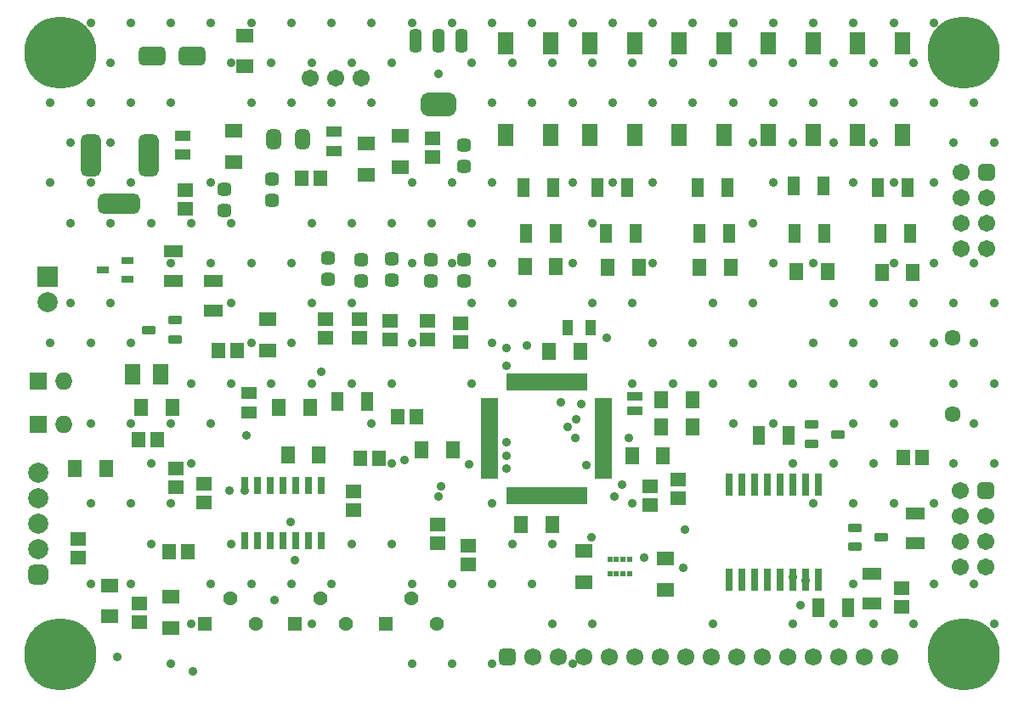
<source format=gts>
G04*
G04 #@! TF.GenerationSoftware,Altium Limited,Altium Designer,24.1.2 (44)*
G04*
G04 Layer_Color=8388736*
%FSLAX44Y44*%
%MOMM*%
G71*
G04*
G04 #@! TF.SameCoordinates,6BD88CD4-1E97-4B61-92EF-30D8DD190105*
G04*
G04*
G04 #@! TF.FilePolarity,Negative*
G04*
G01*
G75*
%ADD42R,1.3032X1.9532*%
%ADD43R,1.9532X1.3032*%
%ADD44R,0.4832X1.6732*%
%ADD45R,1.6732X0.4832*%
%ADD46R,1.6032X1.2032*%
G04:AMPARAMS|DCode=47|XSize=0.8532mm|YSize=1.4032mm|CornerRadius=0.2641mm|HoleSize=0mm|Usage=FLASHONLY|Rotation=270.000|XOffset=0mm|YOffset=0mm|HoleType=Round|Shape=RoundedRectangle|*
%AMROUNDEDRECTD47*
21,1,0.8532,0.8750,0,0,270.0*
21,1,0.3250,1.4032,0,0,270.0*
1,1,0.5282,-0.4375,-0.1625*
1,1,0.5282,-0.4375,0.1625*
1,1,0.5282,0.4375,0.1625*
1,1,0.5282,0.4375,-0.1625*
%
%ADD47ROUNDEDRECTD47*%
%ADD48R,1.5532X1.3532*%
G04:AMPARAMS|DCode=49|XSize=1.9532mm|YSize=1.4532mm|CornerRadius=0.4141mm|HoleSize=0mm|Usage=FLASHONLY|Rotation=90.000|XOffset=0mm|YOffset=0mm|HoleType=Round|Shape=RoundedRectangle|*
%AMROUNDEDRECTD49*
21,1,1.9532,0.6250,0,0,90.0*
21,1,1.1250,1.4532,0,0,90.0*
1,1,0.8282,0.3125,0.5625*
1,1,0.8282,0.3125,-0.5625*
1,1,0.8282,-0.3125,-0.5625*
1,1,0.8282,-0.3125,0.5625*
%
%ADD49ROUNDEDRECTD49*%
%ADD50R,1.5032X1.1032*%
%ADD51R,1.8032X1.4032*%
%ADD52R,1.3532X1.5532*%
%ADD53R,1.4032X1.8032*%
%ADD54R,1.6032X2.1532*%
%ADD55R,0.8032X2.2032*%
%ADD56R,1.1032X1.5032*%
%ADD57R,1.6032X0.9532*%
G04:AMPARAMS|DCode=58|XSize=1.4032mm|YSize=1.3032mm|CornerRadius=0.3766mm|HoleSize=0mm|Usage=FLASHONLY|Rotation=0.000|XOffset=0mm|YOffset=0mm|HoleType=Round|Shape=RoundedRectangle|*
%AMROUNDEDRECTD58*
21,1,1.4032,0.5500,0,0,0.0*
21,1,0.6500,1.3032,0,0,0.0*
1,1,0.7532,0.3250,-0.2750*
1,1,0.7532,-0.3250,-0.2750*
1,1,0.7532,-0.3250,0.2750*
1,1,0.7532,0.3250,0.2750*
%
%ADD58ROUNDEDRECTD58*%
G04:AMPARAMS|DCode=59|XSize=3.5032mm|YSize=2.3032mm|CornerRadius=0.6266mm|HoleSize=0mm|Usage=FLASHONLY|Rotation=0.000|XOffset=0mm|YOffset=0mm|HoleType=Round|Shape=RoundedRectangle|*
%AMROUNDEDRECTD59*
21,1,3.5032,1.0500,0,0,0.0*
21,1,2.2500,2.3032,0,0,0.0*
1,1,1.2532,1.1250,-0.5250*
1,1,1.2532,-1.1250,-0.5250*
1,1,1.2532,-1.1250,0.5250*
1,1,1.2532,1.1250,0.5250*
%
%ADD59ROUNDEDRECTD59*%
G04:AMPARAMS|DCode=60|XSize=1.2032mm|YSize=2.3032mm|CornerRadius=0.3516mm|HoleSize=0mm|Usage=FLASHONLY|Rotation=0.000|XOffset=0mm|YOffset=0mm|HoleType=Round|Shape=RoundedRectangle|*
%AMROUNDEDRECTD60*
21,1,1.2032,1.6000,0,0,0.0*
21,1,0.5000,2.3032,0,0,0.0*
1,1,0.7032,0.2500,-0.8000*
1,1,0.7032,-0.2500,-0.8000*
1,1,0.7032,-0.2500,0.8000*
1,1,0.7032,0.2500,0.8000*
%
%ADD60ROUNDEDRECTD60*%
%ADD61R,1.3032X0.8032*%
%ADD62R,1.6032X2.3032*%
%ADD63R,0.8032X1.6532*%
%ADD64R,0.5532X0.5532*%
G04:AMPARAMS|DCode=65|XSize=1.9032mm|YSize=2.7032mm|CornerRadius=0.5266mm|HoleSize=0mm|Usage=FLASHONLY|Rotation=270.000|XOffset=0mm|YOffset=0mm|HoleType=Round|Shape=RoundedRectangle|*
%AMROUNDEDRECTD65*
21,1,1.9032,1.6500,0,0,270.0*
21,1,0.8500,2.7032,0,0,270.0*
1,1,1.0532,-0.8250,-0.4250*
1,1,1.0532,-0.8250,0.4250*
1,1,1.0532,0.8250,0.4250*
1,1,1.0532,0.8250,-0.4250*
%
%ADD65ROUNDEDRECTD65*%
%ADD66C,1.7032*%
G04:AMPARAMS|DCode=67|XSize=1.7032mm|YSize=1.7032mm|CornerRadius=0.4766mm|HoleSize=0mm|Usage=FLASHONLY|Rotation=270.000|XOffset=0mm|YOffset=0mm|HoleType=Round|Shape=RoundedRectangle|*
%AMROUNDEDRECTD67*
21,1,1.7032,0.7500,0,0,270.0*
21,1,0.7500,1.7032,0,0,270.0*
1,1,0.9532,-0.3750,-0.3750*
1,1,0.9532,-0.3750,0.3750*
1,1,0.9532,0.3750,0.3750*
1,1,0.9532,0.3750,-0.3750*
%
%ADD67ROUNDEDRECTD67*%
%ADD68R,1.4252X1.4252*%
%ADD69C,1.4252*%
%ADD70R,1.7432X1.7272*%
%ADD71O,1.7432X1.7272*%
%ADD72C,2.0032*%
%ADD73R,2.0032X2.0032*%
%ADD74C,1.6112*%
%ADD75C,7.2032*%
G04:AMPARAMS|DCode=76|XSize=4.2032mm|YSize=2.0032mm|CornerRadius=0.5516mm|HoleSize=0mm|Usage=FLASHONLY|Rotation=90.000|XOffset=0mm|YOffset=0mm|HoleType=Round|Shape=RoundedRectangle|*
%AMROUNDEDRECTD76*
21,1,4.2032,0.9000,0,0,90.0*
21,1,3.1000,2.0032,0,0,90.0*
1,1,1.1032,0.4500,1.5500*
1,1,1.1032,0.4500,-1.5500*
1,1,1.1032,-0.4500,-1.5500*
1,1,1.1032,-0.4500,1.5500*
%
%ADD76ROUNDEDRECTD76*%
G04:AMPARAMS|DCode=77|XSize=4.2032mm|YSize=2.0032mm|CornerRadius=0.5516mm|HoleSize=0mm|Usage=FLASHONLY|Rotation=180.000|XOffset=0mm|YOffset=0mm|HoleType=Round|Shape=RoundedRectangle|*
%AMROUNDEDRECTD77*
21,1,4.2032,0.9000,0,0,180.0*
21,1,3.1000,2.0032,0,0,180.0*
1,1,1.1032,-1.5500,0.4500*
1,1,1.1032,1.5500,0.4500*
1,1,1.1032,1.5500,-0.4500*
1,1,1.1032,-1.5500,-0.4500*
%
%ADD77ROUNDEDRECTD77*%
G04:AMPARAMS|DCode=78|XSize=2.0032mm|YSize=2.0032mm|CornerRadius=0.5516mm|HoleSize=0mm|Usage=FLASHONLY|Rotation=180.000|XOffset=0mm|YOffset=0mm|HoleType=Round|Shape=RoundedRectangle|*
%AMROUNDEDRECTD78*
21,1,2.0032,0.9000,0,0,180.0*
21,1,0.9000,2.0032,0,0,180.0*
1,1,1.1032,-0.4500,0.4500*
1,1,1.1032,0.4500,0.4500*
1,1,1.1032,0.4500,-0.4500*
1,1,1.1032,-0.4500,-0.4500*
%
%ADD78ROUNDEDRECTD78*%
%ADD79C,1.7232*%
G04:AMPARAMS|DCode=80|XSize=1.7232mm|YSize=1.7232mm|CornerRadius=0.4816mm|HoleSize=0mm|Usage=FLASHONLY|Rotation=0.000|XOffset=0mm|YOffset=0mm|HoleType=Round|Shape=RoundedRectangle|*
%AMROUNDEDRECTD80*
21,1,1.7232,0.7600,0,0,0.0*
21,1,0.7600,1.7232,0,0,0.0*
1,1,0.9632,0.3800,-0.3800*
1,1,0.9632,-0.3800,-0.3800*
1,1,0.9632,-0.3800,0.3800*
1,1,0.9632,0.3800,0.3800*
%
%ADD80ROUNDEDRECTD80*%
%ADD81C,0.9032*%
D42*
X893590Y515620D02*
D03*
X864090D02*
D03*
X745980Y267970D02*
D03*
X775480D02*
D03*
X834390Y96520D02*
D03*
X804890D02*
D03*
X780270Y516890D02*
D03*
X809770D02*
D03*
X685020Y515620D02*
D03*
X714520D02*
D03*
X584690Y515000D02*
D03*
X614190D02*
D03*
X511030D02*
D03*
X540530D02*
D03*
X866630Y470000D02*
D03*
X896130D02*
D03*
X781540D02*
D03*
X811040D02*
D03*
X686290D02*
D03*
X715790D02*
D03*
X593090D02*
D03*
X622590D02*
D03*
X543070D02*
D03*
X513570D02*
D03*
X355110Y302260D02*
D03*
X325610D02*
D03*
D43*
X901700Y190010D02*
D03*
Y160510D02*
D03*
X162560Y422130D02*
D03*
Y451630D02*
D03*
X858520Y130320D02*
D03*
Y100820D02*
D03*
X201930Y422420D02*
D03*
Y392920D02*
D03*
D44*
X496780Y321620D02*
D03*
X501780D02*
D03*
X506780D02*
D03*
X511780D02*
D03*
X516780D02*
D03*
X521780D02*
D03*
X526780D02*
D03*
X531780D02*
D03*
X536780D02*
D03*
X541780D02*
D03*
X546780D02*
D03*
X551780D02*
D03*
X556780D02*
D03*
X561780D02*
D03*
X566780D02*
D03*
X571780D02*
D03*
Y208220D02*
D03*
X566780D02*
D03*
X561780D02*
D03*
X556780D02*
D03*
X551780D02*
D03*
X546780D02*
D03*
X541780D02*
D03*
X536780D02*
D03*
X531780D02*
D03*
X526780D02*
D03*
X521780D02*
D03*
X516780D02*
D03*
X511780D02*
D03*
X506780D02*
D03*
X501780D02*
D03*
X496780D02*
D03*
D45*
X590980Y302420D02*
D03*
Y297420D02*
D03*
Y292420D02*
D03*
Y287420D02*
D03*
Y282420D02*
D03*
Y277420D02*
D03*
Y272420D02*
D03*
Y267420D02*
D03*
Y262420D02*
D03*
Y257420D02*
D03*
Y252420D02*
D03*
Y247420D02*
D03*
Y242420D02*
D03*
Y237420D02*
D03*
Y232420D02*
D03*
Y227420D02*
D03*
X477580D02*
D03*
Y232420D02*
D03*
Y237420D02*
D03*
Y242420D02*
D03*
Y247420D02*
D03*
Y252420D02*
D03*
Y257420D02*
D03*
Y262420D02*
D03*
Y267420D02*
D03*
Y272420D02*
D03*
Y277420D02*
D03*
Y282420D02*
D03*
Y287420D02*
D03*
Y292420D02*
D03*
Y297420D02*
D03*
Y302420D02*
D03*
D46*
X237490Y291240D02*
D03*
Y310740D02*
D03*
D47*
X164130Y363880D02*
D03*
Y382880D02*
D03*
X138130Y373380D02*
D03*
X798530Y278740D02*
D03*
Y259740D02*
D03*
X824530Y269240D02*
D03*
X867710Y166370D02*
D03*
X841710Y156870D02*
D03*
Y175870D02*
D03*
D48*
X887730Y115930D02*
D03*
Y97430D02*
D03*
X173990Y512530D02*
D03*
Y494030D02*
D03*
X128270Y82190D02*
D03*
Y100690D02*
D03*
X341630Y193950D02*
D03*
Y212450D02*
D03*
X193040Y201210D02*
D03*
Y219710D02*
D03*
X165100Y235310D02*
D03*
Y216810D02*
D03*
X665480Y223880D02*
D03*
Y205380D02*
D03*
X637540Y217530D02*
D03*
Y199030D02*
D03*
X378460Y382590D02*
D03*
Y364090D02*
D03*
X448310Y380090D02*
D03*
Y361590D02*
D03*
X313690Y383900D02*
D03*
Y365400D02*
D03*
X415290Y382630D02*
D03*
Y364130D02*
D03*
X347980Y383900D02*
D03*
Y365400D02*
D03*
X420370Y564240D02*
D03*
Y545740D02*
D03*
X67310Y146600D02*
D03*
Y165100D02*
D03*
X455930Y139340D02*
D03*
Y157840D02*
D03*
X425450Y179430D02*
D03*
Y160930D02*
D03*
D49*
X262610Y563880D02*
D03*
X291110D02*
D03*
D50*
X171450Y548030D02*
D03*
Y567030D02*
D03*
X322580Y570840D02*
D03*
Y551840D02*
D03*
D51*
X222250Y571760D02*
D03*
Y540760D02*
D03*
X160020Y106940D02*
D03*
Y75940D02*
D03*
X99060Y87370D02*
D03*
Y118370D02*
D03*
X652780Y145040D02*
D03*
Y114040D02*
D03*
X571500Y152660D02*
D03*
Y121660D02*
D03*
X256540Y352800D02*
D03*
Y383800D02*
D03*
X354330Y528060D02*
D03*
Y559060D02*
D03*
X388620Y535680D02*
D03*
Y566680D02*
D03*
X233680Y636010D02*
D03*
Y667010D02*
D03*
D52*
X176530Y152400D02*
D03*
X158030D02*
D03*
X348890Y245110D02*
D03*
X367390D02*
D03*
X385720Y287020D02*
D03*
X404220D02*
D03*
X225510Y353060D02*
D03*
X207010D02*
D03*
X127910Y264160D02*
D03*
X146410D02*
D03*
X908410Y246380D02*
D03*
X889910D02*
D03*
X290470Y524510D02*
D03*
X308970D02*
D03*
D53*
X64510Y234950D02*
D03*
X95510D02*
D03*
X130550Y295910D02*
D03*
X161550D02*
D03*
X650500Y247650D02*
D03*
X619500D02*
D03*
X567950Y351790D02*
D03*
X536950D02*
D03*
X509010Y179070D02*
D03*
X540010D02*
D03*
X679450Y276860D02*
D03*
X648450D02*
D03*
X679710Y303530D02*
D03*
X648710D02*
D03*
X409950Y254000D02*
D03*
X440950D02*
D03*
X899420Y430530D02*
D03*
X868420D02*
D03*
X814330Y431800D02*
D03*
X783330D02*
D03*
X717810Y435610D02*
D03*
X686810D02*
D03*
X626370D02*
D03*
X595370D02*
D03*
X512820Y436880D02*
D03*
X543820D02*
D03*
X267710Y295910D02*
D03*
X298710D02*
D03*
X307600Y248920D02*
D03*
X276600D02*
D03*
D54*
X149890Y328930D02*
D03*
X121890D02*
D03*
D55*
X716280Y123950D02*
D03*
X728980D02*
D03*
X741680D02*
D03*
X754380D02*
D03*
X767080D02*
D03*
X779780D02*
D03*
X792480D02*
D03*
X805180D02*
D03*
X716280Y218950D02*
D03*
X728980D02*
D03*
X741680D02*
D03*
X754380D02*
D03*
X767080D02*
D03*
X779780D02*
D03*
X792480D02*
D03*
X805180D02*
D03*
D56*
X577920Y375920D02*
D03*
X554920D02*
D03*
D57*
X622300Y292470D02*
D03*
Y306970D02*
D03*
D58*
X452120Y422570D02*
D03*
Y443570D02*
D03*
X316230Y423840D02*
D03*
Y444840D02*
D03*
X349250Y422570D02*
D03*
Y443570D02*
D03*
X379730Y422840D02*
D03*
Y443840D02*
D03*
X419100Y422570D02*
D03*
Y443570D02*
D03*
X452120Y536870D02*
D03*
Y557870D02*
D03*
X213360Y492420D02*
D03*
Y513420D02*
D03*
X260350Y523580D02*
D03*
Y502580D02*
D03*
D59*
X426720Y598420D02*
D03*
D60*
X403720Y661420D02*
D03*
X426720D02*
D03*
X449720D02*
D03*
D61*
X91990Y433070D02*
D03*
X116290Y442570D02*
D03*
Y423570D02*
D03*
D62*
X888640Y658910D02*
D03*
Y567910D02*
D03*
X843640D02*
D03*
Y658910D02*
D03*
X799740D02*
D03*
Y567910D02*
D03*
X754740D02*
D03*
Y658910D02*
D03*
X710840D02*
D03*
Y567910D02*
D03*
X665840D02*
D03*
Y658910D02*
D03*
X621940D02*
D03*
Y567910D02*
D03*
X576940D02*
D03*
Y658910D02*
D03*
X538120D02*
D03*
Y567910D02*
D03*
X493120D02*
D03*
Y658910D02*
D03*
D63*
X309880Y217750D02*
D03*
X297180D02*
D03*
X284480D02*
D03*
X271780D02*
D03*
X259080D02*
D03*
X246380D02*
D03*
X233680D02*
D03*
X309880Y163250D02*
D03*
X297180D02*
D03*
X284480D02*
D03*
X271780D02*
D03*
X259080D02*
D03*
X246380D02*
D03*
X233680D02*
D03*
D64*
X616810Y129910D02*
D03*
X610310D02*
D03*
X603810D02*
D03*
X597310D02*
D03*
Y144410D02*
D03*
X603810D02*
D03*
X610310D02*
D03*
X616810D02*
D03*
D65*
X141540Y646430D02*
D03*
X181040D02*
D03*
D66*
X972820Y454660D02*
D03*
Y480060D02*
D03*
X947420Y454660D02*
D03*
Y480060D02*
D03*
X972820Y505460D02*
D03*
X947420D02*
D03*
Y530860D02*
D03*
X946150Y213360D02*
D03*
Y187960D02*
D03*
X971550D02*
D03*
X946150Y162560D02*
D03*
Y137160D02*
D03*
X971550Y162560D02*
D03*
Y137160D02*
D03*
X323850Y624840D02*
D03*
X349250D02*
D03*
X298450D02*
D03*
D67*
X972820Y530860D02*
D03*
X971550Y213360D02*
D03*
D68*
X373650Y80000D02*
D03*
X193600D02*
D03*
X283600D02*
D03*
D69*
X399050Y105400D02*
D03*
X424450Y80000D02*
D03*
X244400D02*
D03*
X219000Y105400D02*
D03*
X334400Y80000D02*
D03*
X309000Y105400D02*
D03*
D70*
X27940Y279400D02*
D03*
Y322580D02*
D03*
D71*
X53340Y279400D02*
D03*
Y322580D02*
D03*
D72*
X36830Y401320D02*
D03*
X27940Y231140D02*
D03*
Y205740D02*
D03*
Y180340D02*
D03*
Y154940D02*
D03*
D73*
X36830Y426720D02*
D03*
D74*
X938530Y289660D02*
D03*
Y365660D02*
D03*
D75*
X50000Y650000D02*
D03*
X950000Y650000D02*
D03*
X50000Y50000D02*
D03*
X950000Y50000D02*
D03*
D76*
X138250Y547370D02*
D03*
X80250D02*
D03*
D77*
X108250Y499370D02*
D03*
D78*
X27940Y129540D02*
D03*
D79*
X774700Y46990D02*
D03*
X723900D02*
D03*
X647700D02*
D03*
X546100D02*
D03*
X520700D02*
D03*
X571500D02*
D03*
X596900D02*
D03*
X622300D02*
D03*
X673100D02*
D03*
X698500D02*
D03*
X749300D02*
D03*
X800100D02*
D03*
X825500D02*
D03*
X850900D02*
D03*
X876300D02*
D03*
D80*
X495300D02*
D03*
D81*
X548640Y300990D02*
D03*
X568960Y299720D02*
D03*
X860000Y400000D02*
D03*
X899848Y400152D02*
D03*
X680000Y360000D02*
D03*
X640000D02*
D03*
X594143Y365857D02*
D03*
X880000Y360000D02*
D03*
X940000Y400000D02*
D03*
X860000Y320000D02*
D03*
X620000D02*
D03*
X106680Y46990D02*
D03*
X670560Y135890D02*
D03*
X579120Y166370D02*
D03*
X960000Y600000D02*
D03*
X980000Y560000D02*
D03*
X960000Y440000D02*
D03*
X980000Y400000D02*
D03*
X960000Y360000D02*
D03*
X980000Y320000D02*
D03*
X960000Y280000D02*
D03*
X980000Y240000D02*
D03*
X960000Y120000D02*
D03*
X980000Y80000D02*
D03*
X920000Y680000D02*
D03*
Y600000D02*
D03*
X940000Y560000D02*
D03*
X920000Y520000D02*
D03*
Y440000D02*
D03*
Y360000D02*
D03*
X940000Y320000D02*
D03*
Y240000D02*
D03*
X920000Y200000D02*
D03*
Y120000D02*
D03*
X880000Y680000D02*
D03*
X900000Y640000D02*
D03*
X880000Y600000D02*
D03*
Y520000D02*
D03*
Y440000D02*
D03*
Y280000D02*
D03*
Y200000D02*
D03*
X900000Y80000D02*
D03*
X840000Y680000D02*
D03*
X860000Y640000D02*
D03*
X840000Y600000D02*
D03*
X860000Y560000D02*
D03*
X840000Y520000D02*
D03*
Y360000D02*
D03*
Y280000D02*
D03*
X860000Y240000D02*
D03*
X840000Y200000D02*
D03*
Y120000D02*
D03*
X860000Y80000D02*
D03*
X800000Y680000D02*
D03*
X820000Y640000D02*
D03*
X800000Y600000D02*
D03*
X820000Y560000D02*
D03*
X800000Y440000D02*
D03*
X820000Y400000D02*
D03*
X800000Y360000D02*
D03*
X820000Y320000D02*
D03*
Y240000D02*
D03*
X800000Y200000D02*
D03*
X820000Y80000D02*
D03*
X760000Y680000D02*
D03*
X780000Y640000D02*
D03*
X760000Y600000D02*
D03*
X780000Y560000D02*
D03*
X760000Y520000D02*
D03*
Y440000D02*
D03*
X780000Y320000D02*
D03*
X760000Y280000D02*
D03*
X780000Y240000D02*
D03*
Y80000D02*
D03*
X720000Y680000D02*
D03*
X740000Y640000D02*
D03*
X720000Y600000D02*
D03*
X740000Y560000D02*
D03*
Y480000D02*
D03*
Y400000D02*
D03*
X720000Y360000D02*
D03*
X740000Y320000D02*
D03*
X720000Y280000D02*
D03*
X680000Y680000D02*
D03*
X700000Y640000D02*
D03*
X680000Y600000D02*
D03*
X700000Y400000D02*
D03*
Y320000D02*
D03*
Y80000D02*
D03*
X640000Y680000D02*
D03*
X660000Y640000D02*
D03*
X640000Y600000D02*
D03*
Y520000D02*
D03*
Y440000D02*
D03*
X660000Y320000D02*
D03*
X600000Y680000D02*
D03*
X620000Y640000D02*
D03*
X600000Y600000D02*
D03*
Y520000D02*
D03*
X620000Y400000D02*
D03*
X560000Y680000D02*
D03*
X580000Y640000D02*
D03*
X560000Y600000D02*
D03*
Y520000D02*
D03*
X580000Y480000D02*
D03*
X560000Y440000D02*
D03*
X580000Y400000D02*
D03*
Y80000D02*
D03*
X560000Y40000D02*
D03*
X520000Y680000D02*
D03*
X540000Y640000D02*
D03*
X520000Y600000D02*
D03*
X540000Y160000D02*
D03*
X520000Y120000D02*
D03*
X540000Y80000D02*
D03*
X480000Y680000D02*
D03*
X500000Y640000D02*
D03*
X480000Y600000D02*
D03*
Y520000D02*
D03*
Y440000D02*
D03*
X500000Y400000D02*
D03*
X480000Y360000D02*
D03*
Y200000D02*
D03*
X500000Y160000D02*
D03*
X480000Y120000D02*
D03*
Y40000D02*
D03*
X440000Y680000D02*
D03*
X460000Y640000D02*
D03*
X440000Y520000D02*
D03*
X460000Y480000D02*
D03*
X440000Y440000D02*
D03*
X460000Y400000D02*
D03*
Y320000D02*
D03*
X440000Y120000D02*
D03*
Y40000D02*
D03*
X400000Y680000D02*
D03*
Y520000D02*
D03*
X420000Y480000D02*
D03*
X400000Y440000D02*
D03*
Y360000D02*
D03*
Y120000D02*
D03*
Y40000D02*
D03*
X360000Y680000D02*
D03*
X380000Y640000D02*
D03*
X360000Y600000D02*
D03*
X380000Y480000D02*
D03*
Y320000D02*
D03*
X360000Y280000D02*
D03*
X380000Y240000D02*
D03*
Y160000D02*
D03*
X320000Y680000D02*
D03*
X340000Y640000D02*
D03*
X320000Y600000D02*
D03*
X340000Y480000D02*
D03*
Y400000D02*
D03*
Y320000D02*
D03*
Y160000D02*
D03*
X320000Y120000D02*
D03*
X280000Y680000D02*
D03*
X300000Y640000D02*
D03*
X280000Y600000D02*
D03*
X300000Y480000D02*
D03*
X280000Y440000D02*
D03*
X300000Y400000D02*
D03*
X280000Y360000D02*
D03*
X300000Y320000D02*
D03*
X280000Y120000D02*
D03*
X300000Y80000D02*
D03*
X240000Y680000D02*
D03*
X260000Y640000D02*
D03*
X240000Y600000D02*
D03*
Y440000D02*
D03*
Y360000D02*
D03*
X260000Y320000D02*
D03*
X240000Y120000D02*
D03*
X200000Y680000D02*
D03*
X220000Y640000D02*
D03*
X200000Y520000D02*
D03*
X220000Y480000D02*
D03*
X200000Y440000D02*
D03*
X220000Y400000D02*
D03*
Y320000D02*
D03*
X200000Y280000D02*
D03*
X220000Y160000D02*
D03*
X200000Y120000D02*
D03*
X160000Y680000D02*
D03*
Y600000D02*
D03*
X180000Y480000D02*
D03*
X160000Y440000D02*
D03*
X180000Y320000D02*
D03*
X160000Y280000D02*
D03*
X180000Y240000D02*
D03*
X160000Y200000D02*
D03*
X180000Y80000D02*
D03*
X160000Y40000D02*
D03*
X120000Y680000D02*
D03*
Y600000D02*
D03*
Y520000D02*
D03*
X140000Y480000D02*
D03*
X120000Y360000D02*
D03*
Y280000D02*
D03*
X140000Y240000D02*
D03*
X120000Y200000D02*
D03*
X140000Y160000D02*
D03*
X120000Y120000D02*
D03*
X80000Y680000D02*
D03*
X100000Y640000D02*
D03*
X80000Y600000D02*
D03*
X100000Y560000D02*
D03*
X80000Y520000D02*
D03*
X100000Y480000D02*
D03*
Y400000D02*
D03*
X80000Y360000D02*
D03*
Y280000D02*
D03*
Y200000D02*
D03*
Y120000D02*
D03*
X40000Y600000D02*
D03*
X60000Y560000D02*
D03*
X40000Y520000D02*
D03*
X60000Y480000D02*
D03*
Y400000D02*
D03*
X40000Y360000D02*
D03*
X218487Y213360D02*
D03*
X279400Y181610D02*
D03*
X181610Y33020D02*
D03*
X128270Y265430D02*
D03*
X494030Y261190D02*
D03*
X457200Y239420D02*
D03*
X132080Y294640D02*
D03*
X233680Y213360D02*
D03*
X494030Y234950D02*
D03*
Y247650D02*
D03*
X429260Y217170D02*
D03*
X426720Y207010D02*
D03*
X615950Y265430D02*
D03*
X631190Y146050D02*
D03*
X426720Y628650D02*
D03*
X234950Y267970D02*
D03*
X309880Y331470D02*
D03*
X392430Y243840D02*
D03*
X889000Y115570D02*
D03*
X787400Y99060D02*
D03*
X574040Y238675D02*
D03*
X494030Y337820D02*
D03*
X563880Y284480D02*
D03*
X554990Y276860D02*
D03*
X514350Y358140D02*
D03*
X609290Y218833D02*
D03*
X494030Y355600D02*
D03*
X601980Y207010D02*
D03*
X619763Y200753D02*
D03*
X262890Y104140D02*
D03*
X283210Y143510D02*
D03*
X595630Y435610D02*
D03*
X687070D02*
D03*
X783590Y430530D02*
D03*
X867410Y469900D02*
D03*
X543560Y436880D02*
D03*
X562610Y265430D02*
D03*
X792480Y123190D02*
D03*
X779780Y127000D02*
D03*
X671830Y173990D02*
D03*
X50000Y677500D02*
D03*
X70000Y670000D02*
D03*
X77500Y650000D02*
D03*
X70000Y630000D02*
D03*
X50000Y622500D02*
D03*
X30000Y630000D02*
D03*
X22500Y650000D02*
D03*
X30000Y670000D02*
D03*
X950000Y677500D02*
D03*
X970000Y670000D02*
D03*
X977500Y650000D02*
D03*
X970000Y630000D02*
D03*
X950000Y622500D02*
D03*
X930000Y630000D02*
D03*
X922500Y650000D02*
D03*
X930000Y670000D02*
D03*
X50000Y77500D02*
D03*
X70000Y70000D02*
D03*
X77500Y50000D02*
D03*
X70000Y30000D02*
D03*
X50000Y22500D02*
D03*
X30000Y30000D02*
D03*
X22500Y50000D02*
D03*
X30000Y70000D02*
D03*
X950000Y77500D02*
D03*
X970000Y70000D02*
D03*
X977500Y50000D02*
D03*
X970000Y30000D02*
D03*
X950000Y22500D02*
D03*
X930000Y30000D02*
D03*
X922500Y50000D02*
D03*
X930000Y70000D02*
D03*
M02*

</source>
